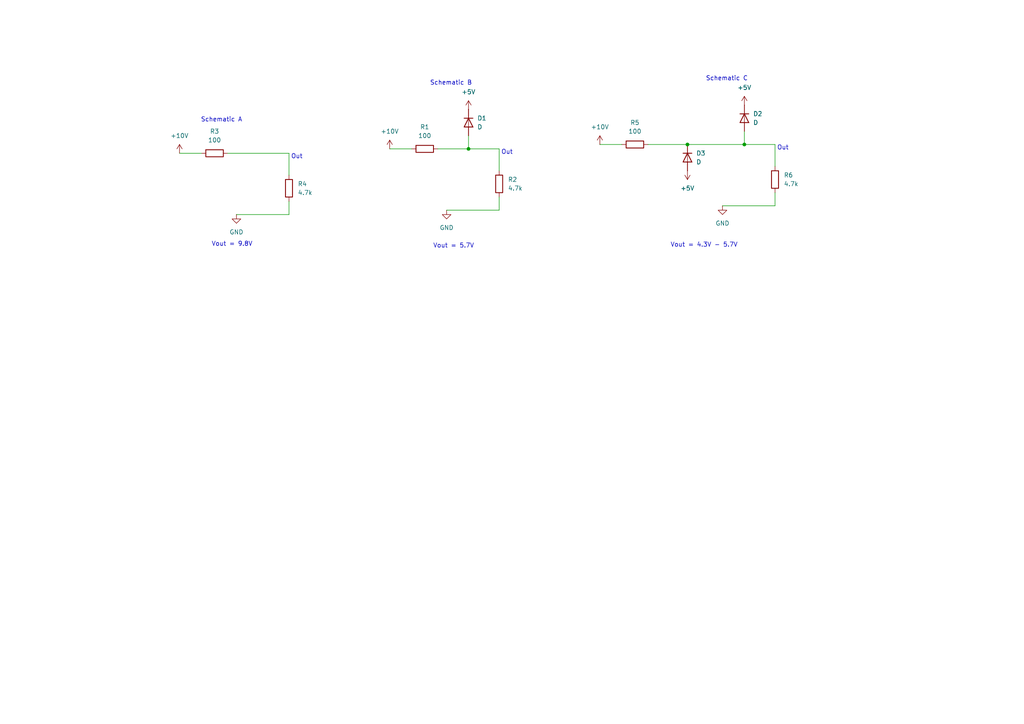
<source format=kicad_sch>
(kicad_sch (version 20231120) (generator "eeschema") (generator_version "8.0")
  (paper "A4")
  (lib_symbols
    (symbol "Device:D" (pin_numbers hide) (pin_names (offset 1.016) hide)
      (property "Reference" "D" (at 0 2.54 0))
      (property "Value" "D" (at 0 -2.54 0))
      (symbol "D_0_1"
        (polyline (pts (xy -1.27 1.27) (xy -1.27 -1.27)) (stroke (width 0.254)))
        (polyline (pts (xy 1.27 0) (xy -1.27 0)))
        (polyline (pts (xy 1.27 1.27) (xy 1.27 -1.27) (xy -1.27 0) (xy 1.27 1.27)) (stroke (width 0.254)))
      )
      (symbol "D_1_1"
        (pin passive line (at -3.81 0 0) (length 2.54) (name "K") (number "1"))
        (pin passive line (at 3.81 0 180) (length 2.54) (name "A") (number "2"))
      )
    )
    (symbol "Device:R" (pin_numbers hide) (pin_names (offset 0))
      (property "Reference" "R" (at 2.032 0 90))
      (property "Value" "R" (at 0 0 90))
      (symbol "R_0_1"
        (rectangle (start -1.016 -2.54) (end 1.016 2.54) (stroke (width 0.254)))
      )
      (symbol "R_1_1"
        (pin passive line (at 0 3.81 270) (length 1.27) (name "~") (number "1"))
        (pin passive line (at 0 -3.81 90) (length 1.27) (name "~") (number "2"))
      )
    )
    (symbol "power:+10V" (power) (pin_numbers hide) (pin_names (offset 0) hide)
      (property "Value" "+10V" (at 0 3.556 0))
      (symbol "+10V_0_1"
        (polyline (pts (xy -0.762 1.27) (xy 0 2.54)))
        (polyline (pts (xy 0 0) (xy 0 2.54)))
        (polyline (pts (xy 0 2.54) (xy 0.762 1.27)))
      )
      (symbol "+10V_1_1"
        (pin power_in line (at 0 0 90) (length 0) (name "~") (number "1"))
      )
    )
    (symbol "power:+5V" (power) (pin_numbers hide) (pin_names (offset 0) hide)
      (property "Value" "+5V" (at 0 3.556 0))
      (symbol "+5V_0_1"
        (polyline (pts (xy -0.762 1.27) (xy 0 2.54)))
        (polyline (pts (xy 0 0) (xy 0 2.54)))
        (polyline (pts (xy 0 2.54) (xy 0.762 1.27)))
      )
      (symbol "+5V_1_1"
        (pin power_in line (at 0 0 90) (length 0) (name "~") (number "1"))
      )
    )
    (symbol "power:GND" (power) (pin_numbers hide) (pin_names (offset 0) hide)
      (property "Value" "GND" (at 0 -3.81 0))
      (symbol "GND_0_1"
        (polyline (pts (xy 0 0) (xy 0 -1.27) (xy 1.27 -1.27) (xy 0 -2.54) (xy -1.27 -1.27) (xy 0 -1.27)))
      )
      (symbol "GND_1_1"
        (pin power_in line (at 0 0 270) (length 0) (name "~") (number "1"))
      )
    )
  )
  (junction (at 135.89 43.18))
  (junction (at 199.39 41.91))
  (junction (at 215.9 41.91))
  (wire (pts (xy 173.99 41.91) (xy 180.34 41.91)))
  (wire (pts (xy 224.79 41.91) (xy 215.9 41.91)))
  (wire (pts (xy 135.89 43.18) (xy 135.89 39.37)))
  (wire (pts (xy 66.04 44.45) (xy 83.82 44.45)))
  (wire (pts (xy 52.07 44.45) (xy 58.42 44.45)))
  (wire (pts (xy 215.9 41.91) (xy 215.9 38.1)))
  (wire (pts (xy 144.78 60.96) (xy 129.54 60.96)))
  (wire (pts (xy 224.79 55.88) (xy 224.79 59.69)))
  (wire (pts (xy 224.79 59.69) (xy 209.55 59.69)))
  (wire (pts (xy 144.78 43.18) (xy 135.89 43.18)))
  (wire (pts (xy 83.82 62.23) (xy 68.58 62.23)))
  (wire (pts (xy 199.39 41.91) (xy 215.9 41.91)))
  (wire (pts (xy 113.03 43.18) (xy 119.38 43.18)))
  (wire (pts (xy 224.79 48.26) (xy 224.79 41.91)))
  (wire (pts (xy 83.82 58.42) (xy 83.82 62.23)))
  (wire (pts (xy 187.96 41.91) (xy 199.39 41.91)))
  (wire (pts (xy 144.78 49.53) (xy 144.78 43.18)))
  (wire (pts (xy 144.78 57.15) (xy 144.78 60.96)))
  (wire (pts (xy 83.82 50.8) (xy 83.82 44.45)))
  (wire (pts (xy 127 43.18) (xy 135.89 43.18)))
  (text "Vout = 4.3V - 5.7V" (at 204.216 71.12 0) (effects (font (size 1.27 1.27))))
  (text "Vout = 9.8V" (at 67.31 70.866 0) (effects (font (size 1.27 1.27))))
  (text "Schematic C" (at 210.82 22.86 0) (effects (font (size 1.27 1.27))))
  (text "Out" (at 86.106 45.466 0) (effects (font (size 1.27 1.27))))
  (text "Schematic A" (at 64.262 34.798 0) (effects (font (size 1.27 1.27))))
  (text "Schematic B" (at 130.81 24.13 0) (effects (font (size 1.27 1.27))))
  (text "Vout = 5.7V" (at 131.572 71.374 0) (effects (font (size 1.27 1.27))))
  (text "Out" (at 147.066 44.196 0) (effects (font (size 1.27 1.27))))
  (text "Out" (at 227.076 42.926 0) (effects (font (size 1.27 1.27))))
  (symbol (lib_id "Device:R") (at 184.15 41.91 90) (unit 1)
    (property "Reference" "R5" (at 184.15 35.56 90))
    (property "Value" "100" (at 184.15 38.1 90))
    (property "Description" "Resistor" (effects (hide yes)))
  )
  (symbol (lib_id "Device:R") (at 83.82 54.61 0) (unit 1)
    (property "Reference" "R4" (at 86.36 53.3399 0) (effects (justify left)))
    (property "Value" "4.7k" (at 86.36 55.8799 0) (effects (justify left)))
    (property "Description" "Resistor" (effects (hide yes)))
  )
  (symbol (lib_id "power:+10V") (at 113.03 43.18 0) (unit 1)
    (property "Reference" "#PWR02" (effects (hide yes)))
    (property "Value" "+10V" (at 113.03 38.1 0))
    (property "Description" "Power symbol creates a global label with name \"+10V\"" (effects (hide yes)))
  )
  (symbol (lib_id "Device:R") (at 123.19 43.18 90) (unit 1)
    (property "Reference" "R1" (at 123.19 36.83 90))
    (property "Value" "100" (at 123.19 39.37 90))
    (property "Description" "Resistor" (effects (hide yes)))
  )
  (symbol (lib_id "Device:R") (at 224.79 52.07 0) (unit 1)
    (property "Reference" "R6" (at 227.33 50.7999 0) (effects (justify left)))
    (property "Value" "4.7k" (at 227.33 53.3399 0) (effects (justify left)))
    (property "Description" "Resistor" (effects (hide yes)))
  )
  (symbol (lib_id "Device:R") (at 144.78 53.34 0) (unit 1)
    (property "Reference" "R2" (at 147.32 52.0699 0) (effects (justify left)))
    (property "Value" "4.7k" (at 147.32 54.6099 0) (effects (justify left)))
    (property "Description" "Resistor" (effects (hide yes)))
  )
  (symbol (lib_id "Device:R") (at 62.23 44.45 90) (unit 1)
    (property "Reference" "R3" (at 62.23 38.1 90))
    (property "Value" "100" (at 62.23 40.64 90))
    (property "Description" "Resistor" (effects (hide yes)))
  )
  (symbol (lib_id "power:+10V") (at 173.99 41.91 0) (unit 1)
    (property "Reference" "#PWR06" (effects (hide yes)))
    (property "Value" "+10V" (at 173.99 36.83 0))
    (property "Description" "Power symbol creates a global label with name \"+10V\"" (effects (hide yes)))
  )
  (symbol (lib_id "Device:D") (at 199.39 45.72 270) (unit 1)
    (property "Reference" "D3" (at 201.93 44.4499 90) (effects (justify left)))
    (property "Value" "D" (at 201.93 46.9899 90) (effects (justify left)))
    (property "Description" "Diode" (effects (hide yes)))
    (property "Sim.Device" "D" (effects (hide yes)))
    (property "Sim.Pins" "1=K 2=A" (effects (hide yes)))
  )
  (symbol (lib_id "power:+5V") (at 215.9 30.48 0) (unit 1)
    (property "Reference" "#PWR08" (effects (hide yes)))
    (property "Value" "+5V" (at 215.9 25.4 0))
    (property "Description" "Power symbol creates a global label with name \"+5V\"" (effects (hide yes)))
  )
  (symbol (lib_id "power:+5V") (at 199.39 49.53 180) (unit 1)
    (property "Reference" "#PWR09" (effects (hide yes)))
    (property "Value" "+5V" (at 199.39 54.61 0))
    (property "Description" "Power symbol creates a global label with name \"+5V\"" (effects (hide yes)))
  )
  (symbol (lib_id "power:+10V") (at 52.07 44.45 0) (unit 1)
    (property "Reference" "#PWR04" (effects (hide yes)))
    (property "Value" "+10V" (at 52.07 39.37 0))
    (property "Description" "Power symbol creates a global label with name \"+10V\"" (effects (hide yes)))
  )
  (symbol (lib_id "power:+5V") (at 135.89 31.75 0) (unit 1)
    (property "Reference" "#PWR01" (effects (hide yes)))
    (property "Value" "+5V" (at 135.89 26.67 0))
    (property "Description" "Power symbol creates a global label with name \"+5V\"" (effects (hide yes)))
  )
  (symbol (lib_id "power:GND") (at 209.55 59.69 0) (unit 1)
    (property "Reference" "#PWR07" (effects (hide yes)))
    (property "Value" "GND" (at 209.55 64.77 0))
    (property "Description" "Power symbol creates a global label with name \"GND\" , ground" (effects (hide yes)))
  )
  (symbol (lib_id "power:GND") (at 129.54 60.96 0) (unit 1)
    (property "Reference" "#PWR03" (effects (hide yes)))
    (property "Value" "GND" (at 129.54 66.04 0))
    (property "Description" "Power symbol creates a global label with name \"GND\" , ground" (effects (hide yes)))
  )
  (symbol (lib_id "Device:D") (at 215.9 34.29 270) (unit 1)
    (property "Reference" "D2" (at 218.44 33.0199 90) (effects (justify left)))
    (property "Value" "D" (at 218.44 35.5599 90) (effects (justify left)))
    (property "Description" "Diode" (effects (hide yes)))
    (property "Sim.Device" "D" (effects (hide yes)))
    (property "Sim.Pins" "1=K 2=A" (effects (hide yes)))
  )
  (symbol (lib_id "power:GND") (at 68.58 62.23 0) (unit 1)
    (property "Reference" "#PWR05" (effects (hide yes)))
    (property "Value" "GND" (at 68.58 67.31 0))
    (property "Description" "Power symbol creates a global label with name \"GND\" , ground" (effects (hide yes)))
  )
  (symbol (lib_id "Device:D") (at 135.89 35.56 270) (unit 1)
    (property "Reference" "D1" (at 138.43 34.2899 90) (effects (justify left)))
    (property "Value" "D" (at 138.43 36.8299 90) (effects (justify left)))
    (property "Description" "Diode" (effects (hide yes)))
    (property "Sim.Device" "D" (effects (hide yes)))
    (property "Sim.Pins" "1=K 2=A" (effects (hide yes)))
  )
)
</source>
